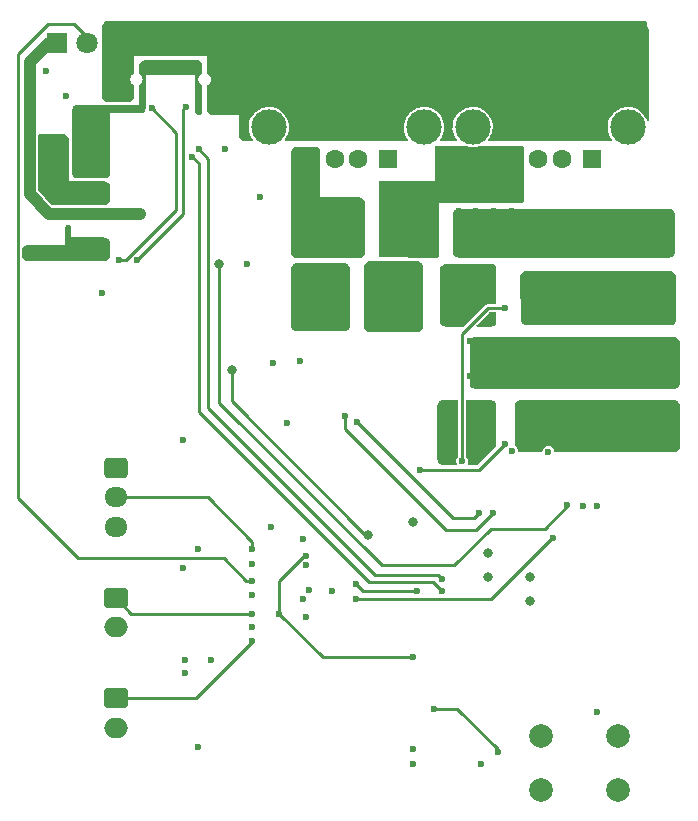
<source format=gbr>
G04 #@! TF.GenerationSoftware,KiCad,Pcbnew,(5.99.0-9218-g05b559c9dc)*
G04 #@! TF.CreationDate,2021-05-16T23:39:12+02:00*
G04 #@! TF.ProjectId,Self_Watering_Plant,53656c66-5f57-4617-9465-72696e675f50,rev?*
G04 #@! TF.SameCoordinates,Original*
G04 #@! TF.FileFunction,Copper,L4,Bot*
G04 #@! TF.FilePolarity,Positive*
%FSLAX46Y46*%
G04 Gerber Fmt 4.6, Leading zero omitted, Abs format (unit mm)*
G04 Created by KiCad (PCBNEW (5.99.0-9218-g05b559c9dc)) date 2021-05-16 23:39:12*
%MOMM*%
%LPD*%
G01*
G04 APERTURE LIST*
G04 Aperture macros list*
%AMRoundRect*
0 Rectangle with rounded corners*
0 $1 Rounding radius*
0 $2 $3 $4 $5 $6 $7 $8 $9 X,Y pos of 4 corners*
0 Add a 4 corners polygon primitive as box body*
4,1,4,$2,$3,$4,$5,$6,$7,$8,$9,$2,$3,0*
0 Add four circle primitives for the rounded corners*
1,1,$1+$1,$2,$3*
1,1,$1+$1,$4,$5*
1,1,$1+$1,$6,$7*
1,1,$1+$1,$8,$9*
0 Add four rect primitives between the rounded corners*
20,1,$1+$1,$2,$3,$4,$5,0*
20,1,$1+$1,$4,$5,$6,$7,0*
20,1,$1+$1,$6,$7,$8,$9,0*
20,1,$1+$1,$8,$9,$2,$3,0*%
G04 Aperture macros list end*
G04 #@! TA.AperFunction,ComponentPad*
%ADD10C,1.600000*%
G04 #@! TD*
G04 #@! TA.AperFunction,ComponentPad*
%ADD11R,1.600000X1.500000*%
G04 #@! TD*
G04 #@! TA.AperFunction,ComponentPad*
%ADD12C,3.000000*%
G04 #@! TD*
G04 #@! TA.AperFunction,ComponentPad*
%ADD13C,2.000000*%
G04 #@! TD*
G04 #@! TA.AperFunction,ComponentPad*
%ADD14O,2.000000X1.700000*%
G04 #@! TD*
G04 #@! TA.AperFunction,ComponentPad*
%ADD15RoundRect,0.250000X-0.750000X0.600000X-0.750000X-0.600000X0.750000X-0.600000X0.750000X0.600000X0*%
G04 #@! TD*
G04 #@! TA.AperFunction,ComponentPad*
%ADD16O,1.000000X1.600000*%
G04 #@! TD*
G04 #@! TA.AperFunction,ComponentPad*
%ADD17O,1.000000X2.100000*%
G04 #@! TD*
G04 #@! TA.AperFunction,ComponentPad*
%ADD18O,1.950000X1.700000*%
G04 #@! TD*
G04 #@! TA.AperFunction,ComponentPad*
%ADD19RoundRect,0.250000X-0.725000X0.600000X-0.725000X-0.600000X0.725000X-0.600000X0.725000X0.600000X0*%
G04 #@! TD*
G04 #@! TA.AperFunction,ComponentPad*
%ADD20C,1.800000*%
G04 #@! TD*
G04 #@! TA.AperFunction,ComponentPad*
%ADD21R,1.800000X1.800000*%
G04 #@! TD*
G04 #@! TA.AperFunction,ViaPad*
%ADD22C,0.600000*%
G04 #@! TD*
G04 #@! TA.AperFunction,ViaPad*
%ADD23C,0.800000*%
G04 #@! TD*
G04 #@! TA.AperFunction,Conductor*
%ADD24C,0.250000*%
G04 #@! TD*
G04 #@! TA.AperFunction,Conductor*
%ADD25C,1.000000*%
G04 #@! TD*
G04 APERTURE END LIST*
D10*
X139500000Y-82860000D03*
X142000000Y-82860000D03*
X144000000Y-82860000D03*
D11*
X146500000Y-82860000D03*
D12*
X136430000Y-80150000D03*
X149570000Y-80150000D03*
D13*
X167750000Y-90250000D03*
X167750000Y-95250000D03*
X167750000Y-100250000D03*
X167750000Y-105250000D03*
D10*
X156750000Y-82860000D03*
X159250000Y-82860000D03*
X161250000Y-82860000D03*
D11*
X163750000Y-82860000D03*
D12*
X153680000Y-80150000D03*
X166820000Y-80150000D03*
D14*
X123450000Y-122500000D03*
D15*
X123450000Y-120000000D03*
D14*
X123450000Y-131000000D03*
D15*
X123450000Y-128500000D03*
D16*
X123780000Y-72425000D03*
X132420000Y-72425000D03*
D17*
X123780000Y-76605000D03*
X132420000Y-76605000D03*
D18*
X123450000Y-114000000D03*
X123450000Y-111500000D03*
D19*
X123450000Y-109000000D03*
D13*
X159500000Y-136250000D03*
X159500000Y-131750000D03*
X166000000Y-136250000D03*
X166000000Y-131750000D03*
D20*
X121015000Y-73000000D03*
D21*
X118475000Y-73000000D03*
D22*
X161700000Y-112150000D03*
D23*
X132250000Y-91775000D03*
X144800000Y-114650000D03*
X133300000Y-100750000D03*
D22*
X121750000Y-87500000D03*
X129200000Y-117450000D03*
X129300000Y-126350000D03*
X139300000Y-120150000D03*
X148600000Y-134050000D03*
X123000000Y-87500000D03*
X138000000Y-105250000D03*
X129200000Y-106650000D03*
X125500000Y-87500000D03*
X163000000Y-112250000D03*
X124250000Y-87500000D03*
X141800000Y-119450000D03*
X139600000Y-121650000D03*
X139300000Y-115000000D03*
X141000000Y-92250000D03*
X164250000Y-112250000D03*
X142500000Y-96750000D03*
X135000000Y-119750000D03*
X139800000Y-119350000D03*
X154400000Y-134050000D03*
D23*
X155000000Y-116250000D03*
D22*
X141000000Y-96750000D03*
X129300000Y-125250000D03*
X120500000Y-91000000D03*
X145500000Y-92250000D03*
X134600000Y-91750000D03*
X119250000Y-77500000D03*
D23*
X148600000Y-113550000D03*
D22*
X155000000Y-96550000D03*
X152000000Y-106750000D03*
X152000000Y-96550000D03*
X155000000Y-106750000D03*
X135000000Y-117150000D03*
X153500000Y-92250000D03*
X147000000Y-96750000D03*
X135000000Y-122450000D03*
X130400000Y-132650000D03*
X139500000Y-96750000D03*
X142500000Y-92250000D03*
X139600000Y-117250000D03*
X132750000Y-82000000D03*
X164200000Y-129650000D03*
D23*
X158500000Y-120250000D03*
D22*
X160100000Y-107650000D03*
X148500000Y-96750000D03*
X155000000Y-92250000D03*
D23*
X155000000Y-118250000D03*
D22*
X157000000Y-107550000D03*
X148500000Y-92250000D03*
X136750000Y-100150000D03*
X147000000Y-92250000D03*
X122275000Y-94175000D03*
X119250000Y-91000000D03*
X136600000Y-114050000D03*
D23*
X158500000Y-118250000D03*
D22*
X153500000Y-106750000D03*
X139500000Y-92250000D03*
X145500000Y-96750000D03*
X118000000Y-91000000D03*
X139100000Y-99950000D03*
X131500000Y-125250000D03*
X148600000Y-132850000D03*
X130400000Y-115850000D03*
X152000000Y-92250000D03*
X135712500Y-86037500D03*
X129950000Y-82650000D03*
X151100000Y-119450000D03*
X151100000Y-118450000D03*
X130500000Y-82050000D03*
X155400000Y-112850000D03*
X142900000Y-104650000D03*
X135000000Y-123650000D03*
X170400000Y-87550000D03*
X155500000Y-87250000D03*
X164900000Y-90550000D03*
X168900000Y-87550000D03*
X152500000Y-87250000D03*
X154000000Y-87250000D03*
X155500000Y-90750000D03*
X157000000Y-87250000D03*
X154000000Y-90750000D03*
X170400000Y-90550000D03*
X152500000Y-90750000D03*
X163400000Y-89050000D03*
X163400000Y-90550000D03*
X157000000Y-90750000D03*
X163400000Y-87550000D03*
X166400000Y-87550000D03*
X164900000Y-89050000D03*
X164900000Y-87550000D03*
X170400000Y-89050000D03*
X155800000Y-133050000D03*
X150400000Y-129450000D03*
X163500000Y-106750000D03*
X166500000Y-106750000D03*
X164900000Y-93550000D03*
X117750000Y-82750000D03*
X169000000Y-103750000D03*
X166400000Y-93550000D03*
X164900000Y-95050000D03*
X165000000Y-103750000D03*
X163500000Y-103750000D03*
X170400000Y-96550000D03*
X163500000Y-105250000D03*
X163400000Y-95050000D03*
X119000000Y-81500000D03*
X170400000Y-93550000D03*
X168900000Y-93550000D03*
X117750000Y-84000000D03*
X166500000Y-103750000D03*
X117750000Y-85250000D03*
X164900000Y-96550000D03*
X170500000Y-106750000D03*
X163400000Y-96550000D03*
X165000000Y-106750000D03*
X165000000Y-105250000D03*
X170500000Y-105250000D03*
X169000000Y-106750000D03*
X119000000Y-82750000D03*
X119000000Y-84000000D03*
X163400000Y-93550000D03*
X117750000Y-81500000D03*
X170400000Y-95050000D03*
X170500000Y-103750000D03*
X129400000Y-78450000D03*
X125300000Y-91450000D03*
X156405000Y-95500000D03*
X152800000Y-108450000D03*
X149200000Y-109150000D03*
X156405000Y-106945000D03*
X117550000Y-75400000D03*
X125900000Y-75050000D03*
X130500000Y-78750000D03*
X130300000Y-75050000D03*
X122250000Y-78750000D03*
X120750000Y-78750000D03*
X148600000Y-125050000D03*
X139600000Y-116450000D03*
X137300000Y-121350000D03*
X154200000Y-112850000D03*
X143900000Y-105150000D03*
X160500000Y-114950000D03*
X143800000Y-120150000D03*
X149000000Y-119450000D03*
X143800000Y-118850000D03*
X135000000Y-121350000D03*
X135000000Y-115850000D03*
X135000000Y-118550000D03*
X155000000Y-101250000D03*
X166400000Y-98550000D03*
X164900000Y-100050000D03*
X164900000Y-101550000D03*
X156500000Y-98250000D03*
X153500000Y-98250000D03*
X155000000Y-98250000D03*
X170400000Y-100050000D03*
X156500000Y-101250000D03*
X163400000Y-101550000D03*
X168900000Y-98550000D03*
X163400000Y-100050000D03*
X170400000Y-101550000D03*
X170400000Y-98550000D03*
X153500000Y-101250000D03*
X163400000Y-98550000D03*
X164900000Y-98550000D03*
X150000000Y-86250000D03*
X153000000Y-83750000D03*
X148500000Y-90750000D03*
X147000000Y-86250000D03*
X154500000Y-83750000D03*
X148500000Y-86250000D03*
X147000000Y-90750000D03*
X150000000Y-90750000D03*
X151500000Y-83750000D03*
X142500000Y-86750000D03*
X139500000Y-90750000D03*
X141000000Y-86750000D03*
X141000000Y-90750000D03*
X142500000Y-90750000D03*
X139500000Y-86750000D03*
X123700000Y-91450000D03*
X126500000Y-78550000D03*
D24*
X132250000Y-91775000D02*
X132250000Y-97900000D01*
X161700000Y-112250000D02*
X161700000Y-112150000D01*
X159800000Y-114150000D02*
X161700000Y-112250000D01*
X146000000Y-117250000D02*
X152100000Y-117250000D01*
X155200000Y-114150000D02*
X159800000Y-114150000D01*
X152100000Y-117250000D02*
X155200000Y-114150000D01*
X132250000Y-97900000D02*
X132250000Y-98100000D01*
X132250000Y-97900000D02*
X132250000Y-103500000D01*
X132250000Y-103500000D02*
X146000000Y-117250000D01*
X133300000Y-103350000D02*
X133300000Y-100750000D01*
X144800000Y-114650000D02*
X144600000Y-114650000D01*
X144600000Y-114650000D02*
X133300000Y-103350000D01*
D25*
X117850000Y-73000000D02*
X116200000Y-74650000D01*
X118475000Y-73000000D02*
X117850000Y-73000000D01*
X116200000Y-85850000D02*
X117850000Y-87500000D01*
X117850000Y-87500000D02*
X125500000Y-87500000D01*
X116200000Y-74650000D02*
X116200000Y-85850000D01*
D24*
X130500000Y-104250000D02*
X130500000Y-98550000D01*
X130500000Y-98750000D02*
X130500000Y-98550000D01*
X130500000Y-98550000D02*
X130500000Y-83200000D01*
X130500000Y-83200000D02*
X129950000Y-82650000D01*
X150300000Y-118650000D02*
X144900000Y-118650000D01*
X151100000Y-119450000D02*
X150300000Y-118650000D01*
X144900000Y-118650000D02*
X130500000Y-104250000D01*
X131300000Y-98450000D02*
X131300000Y-98650000D01*
X131300000Y-103950000D02*
X145450000Y-118100000D01*
X131300000Y-82850000D02*
X131300000Y-98450000D01*
X130500000Y-82050000D02*
X131300000Y-82850000D01*
X131300000Y-98450000D02*
X131300000Y-103950000D01*
X150750000Y-118100000D02*
X151100000Y-118450000D01*
X145450000Y-118100000D02*
X150750000Y-118100000D01*
X142900000Y-105750000D02*
X151400000Y-114250000D01*
X154000000Y-114250000D02*
X155400000Y-112850000D01*
X142900000Y-104650000D02*
X142900000Y-105750000D01*
X151400000Y-114250000D02*
X154000000Y-114250000D01*
X130250000Y-128500000D02*
X123450000Y-128500000D01*
X135000000Y-123650000D02*
X135000000Y-123750000D01*
X135000000Y-123750000D02*
X130250000Y-128500000D01*
X155800000Y-132850000D02*
X152400000Y-129450000D01*
X155800000Y-133050000D02*
X155800000Y-132850000D01*
X152400000Y-129450000D02*
X150400000Y-129450000D01*
X129200000Y-78650000D02*
X129200000Y-87550000D01*
X129200000Y-87550000D02*
X125300000Y-91450000D01*
X129400000Y-78450000D02*
X129200000Y-78650000D01*
X154950000Y-95500000D02*
X156405000Y-95500000D01*
X152800000Y-108450000D02*
X152800000Y-97650000D01*
X152800000Y-97650000D02*
X154950000Y-95500000D01*
X149200000Y-109150000D02*
X154200000Y-109150000D01*
X154200000Y-109150000D02*
X156405000Y-106945000D01*
X137300000Y-118550000D02*
X137300000Y-121350000D01*
X141000000Y-125050000D02*
X148600000Y-125050000D01*
X139400000Y-116450000D02*
X137300000Y-118550000D01*
X137300000Y-121350000D02*
X141000000Y-125050000D01*
X139600000Y-116450000D02*
X139400000Y-116450000D01*
X153800000Y-113250000D02*
X152000000Y-113250000D01*
X152000000Y-113250000D02*
X143900000Y-105150000D01*
X154200000Y-112850000D02*
X153800000Y-113250000D01*
X155200000Y-120150000D02*
X143800000Y-120150000D01*
X160400000Y-114950000D02*
X155200000Y-120150000D01*
X160500000Y-114950000D02*
X160400000Y-114950000D01*
X144400000Y-119450000D02*
X149000000Y-119450000D01*
X143800000Y-118850000D02*
X144400000Y-119450000D01*
X135000000Y-121350000D02*
X124800000Y-121350000D01*
X124800000Y-121350000D02*
X123450000Y-120000000D01*
X135000000Y-115250000D02*
X131250000Y-111500000D01*
X131250000Y-111500000D02*
X123450000Y-111500000D01*
X135000000Y-115850000D02*
X135000000Y-115250000D01*
X115200000Y-111550000D02*
X115200000Y-73950000D01*
X121015000Y-72565000D02*
X121015000Y-73000000D01*
X132600000Y-116650000D02*
X120300000Y-116650000D01*
X119900000Y-71450000D02*
X121015000Y-72565000D01*
X117700000Y-71450000D02*
X119900000Y-71450000D01*
X135000000Y-118550000D02*
X134500000Y-118550000D01*
X120300000Y-116650000D02*
X115200000Y-111550000D01*
X115200000Y-73950000D02*
X117700000Y-71450000D01*
X134500000Y-118550000D02*
X132600000Y-116650000D01*
X126500000Y-78550000D02*
X128600000Y-80650000D01*
X128600000Y-80650000D02*
X128600000Y-87150000D01*
X124300000Y-91450000D02*
X123700000Y-91450000D01*
X128600000Y-87150000D02*
X124300000Y-91450000D01*
G04 #@! TA.AperFunction,Conductor*
G36*
X170406434Y-92350847D02*
G01*
X170516487Y-92365336D01*
X170541451Y-92372025D01*
X170637957Y-92411999D01*
X170660339Y-92424921D01*
X170743213Y-92488513D01*
X170761487Y-92506787D01*
X170825079Y-92589661D01*
X170838001Y-92612043D01*
X170877975Y-92708549D01*
X170884664Y-92733513D01*
X170899153Y-92843566D01*
X170900000Y-92856488D01*
X170900000Y-96443512D01*
X170899153Y-96456434D01*
X170884664Y-96566487D01*
X170877975Y-96591451D01*
X170838001Y-96687957D01*
X170825079Y-96710339D01*
X170761487Y-96793213D01*
X170743213Y-96811487D01*
X170660339Y-96875079D01*
X170637957Y-96888001D01*
X170541451Y-96927975D01*
X170516487Y-96934664D01*
X170406434Y-96949153D01*
X170393512Y-96950000D01*
X158296936Y-96950000D01*
X158281661Y-96948815D01*
X158152082Y-96928580D01*
X158122988Y-96919266D01*
X158012702Y-96863975D01*
X157987833Y-96846235D01*
X157952321Y-96811487D01*
X157899654Y-96759953D01*
X157881381Y-96735479D01*
X157823705Y-96626416D01*
X157813762Y-96597532D01*
X157790718Y-96468436D01*
X157789200Y-96453191D01*
X157711249Y-92867441D01*
X157711835Y-92854325D01*
X157724297Y-92742493D01*
X157730618Y-92717068D01*
X157733985Y-92708549D01*
X157769541Y-92618590D01*
X157782308Y-92595717D01*
X157845702Y-92510895D01*
X157864022Y-92492172D01*
X157947450Y-92426947D01*
X157970037Y-92413687D01*
X158067648Y-92372632D01*
X158092931Y-92365760D01*
X158204463Y-92350871D01*
X158217563Y-92350000D01*
X170393512Y-92350000D01*
X170406434Y-92350847D01*
G37*
G04 #@! TD.AperFunction*
G04 #@! TA.AperFunction,Conductor*
G36*
X155202221Y-91706044D02*
G01*
X155313148Y-91719573D01*
X155338332Y-91726088D01*
X155435798Y-91765576D01*
X155458418Y-91778430D01*
X155542226Y-91841945D01*
X155560717Y-91860247D01*
X155625085Y-91943403D01*
X155638169Y-91965891D01*
X155678651Y-92062947D01*
X155685424Y-92088067D01*
X155700087Y-92198845D01*
X155700943Y-92211851D01*
X155700935Y-92251156D01*
X155700384Y-95075519D01*
X155681465Y-95133706D01*
X155631958Y-95169661D01*
X155601384Y-95174500D01*
X154968284Y-95174500D01*
X154959656Y-95174123D01*
X154958525Y-95174024D01*
X154921194Y-95170758D01*
X154883654Y-95180817D01*
X154875225Y-95182685D01*
X154836962Y-95189432D01*
X154829463Y-95193761D01*
X154823974Y-95195759D01*
X154818689Y-95198224D01*
X154810325Y-95200465D01*
X154790790Y-95214144D01*
X154778486Y-95222758D01*
X154771205Y-95227396D01*
X154737559Y-95246822D01*
X154712742Y-95276398D01*
X154706907Y-95282766D01*
X152968669Y-97021004D01*
X152914152Y-97048781D01*
X152898665Y-97050000D01*
X151406588Y-97050000D01*
X151393665Y-97049153D01*
X151390840Y-97048781D01*
X151283597Y-97034661D01*
X151258630Y-97027970D01*
X151162188Y-96988016D01*
X151162109Y-96987984D01*
X151139731Y-96975061D01*
X151056852Y-96911456D01*
X151038577Y-96893178D01*
X151029232Y-96880996D01*
X150974985Y-96810283D01*
X150962067Y-96787901D01*
X150922100Y-96691371D01*
X150915415Y-96666404D01*
X150900944Y-96556339D01*
X150900099Y-96543415D01*
X150900241Y-95825500D01*
X150900944Y-92251156D01*
X150901782Y-92238321D01*
X150916098Y-92128995D01*
X150922703Y-92104188D01*
X150962175Y-92008228D01*
X150974936Y-91985954D01*
X151037753Y-91903369D01*
X151055809Y-91885127D01*
X151137755Y-91821463D01*
X151159891Y-91808480D01*
X151255445Y-91768029D01*
X151280180Y-91761171D01*
X151343230Y-91752259D01*
X151389350Y-91745739D01*
X151402176Y-91744769D01*
X154061340Y-91717070D01*
X155189205Y-91705321D01*
X155202221Y-91706044D01*
G37*
G04 #@! TD.AperFunction*
G04 #@! TA.AperFunction,Conductor*
G36*
X155659410Y-95844407D02*
G01*
X155695374Y-95893907D01*
X155700219Y-95924519D01*
X155700098Y-96543606D01*
X155699249Y-96556526D01*
X155684742Y-96666567D01*
X155678050Y-96691526D01*
X155638067Y-96788016D01*
X155625143Y-96810395D01*
X155561550Y-96893251D01*
X155543277Y-96911520D01*
X155460408Y-96975097D01*
X155438028Y-96988016D01*
X155341530Y-97027981D01*
X155316569Y-97034668D01*
X155206530Y-97049153D01*
X155193610Y-97050000D01*
X154099335Y-97050000D01*
X154041144Y-97031093D01*
X154005180Y-96981593D01*
X154005180Y-96920407D01*
X154029331Y-96880996D01*
X155055831Y-95854496D01*
X155110348Y-95826719D01*
X155125835Y-95825500D01*
X155601219Y-95825500D01*
X155659410Y-95844407D01*
G37*
G04 #@! TD.AperFunction*
G04 #@! TA.AperFunction,Conductor*
G36*
X170756434Y-103250847D02*
G01*
X170866487Y-103265336D01*
X170891451Y-103272025D01*
X170987957Y-103311999D01*
X171010339Y-103324921D01*
X171093213Y-103388513D01*
X171111487Y-103406787D01*
X171175079Y-103489661D01*
X171188001Y-103512043D01*
X171227975Y-103608549D01*
X171234664Y-103633513D01*
X171249153Y-103743566D01*
X171250000Y-103756488D01*
X171250000Y-107143512D01*
X171249153Y-107156434D01*
X171234664Y-107266487D01*
X171227975Y-107291451D01*
X171188001Y-107387957D01*
X171175079Y-107410339D01*
X171111487Y-107493213D01*
X171093213Y-107511487D01*
X171010339Y-107575079D01*
X170987957Y-107588001D01*
X170891451Y-107627975D01*
X170866487Y-107634664D01*
X170756434Y-107649153D01*
X170743512Y-107650000D01*
X160691332Y-107650000D01*
X160633141Y-107631093D01*
X160597177Y-107581593D01*
X160593332Y-107565034D01*
X160586182Y-107515106D01*
X160585182Y-107508123D01*
X160540723Y-107410339D01*
X160528780Y-107384073D01*
X160528780Y-107384072D01*
X160525860Y-107377651D01*
X160432303Y-107269074D01*
X160312033Y-107191118D01*
X160305275Y-107189097D01*
X160305273Y-107189096D01*
X160181479Y-107152074D01*
X160174718Y-107150052D01*
X160088694Y-107149527D01*
X160038448Y-107149220D01*
X160031396Y-107149177D01*
X160024620Y-107151114D01*
X160024617Y-107151114D01*
X159900369Y-107186624D01*
X159900367Y-107186625D01*
X159893589Y-107188562D01*
X159772375Y-107265042D01*
X159677499Y-107372469D01*
X159616588Y-107502206D01*
X159612000Y-107531675D01*
X159606619Y-107566231D01*
X159578984Y-107620820D01*
X159524541Y-107648740D01*
X159508798Y-107650000D01*
X157756488Y-107650000D01*
X157743566Y-107649153D01*
X157633513Y-107634664D01*
X157608550Y-107627975D01*
X157562991Y-107609104D01*
X157516465Y-107569368D01*
X157502876Y-107531675D01*
X157486182Y-107415105D01*
X157486182Y-107415104D01*
X157485182Y-107408123D01*
X157474248Y-107384073D01*
X157428780Y-107284073D01*
X157428780Y-107284072D01*
X157425860Y-107277651D01*
X157332303Y-107169074D01*
X157295151Y-107144993D01*
X157256606Y-107097477D01*
X157250000Y-107061919D01*
X157250000Y-103756488D01*
X157250847Y-103743566D01*
X157265336Y-103633513D01*
X157272025Y-103608549D01*
X157311999Y-103512043D01*
X157324921Y-103489661D01*
X157388513Y-103406787D01*
X157406787Y-103388513D01*
X157489661Y-103324921D01*
X157512043Y-103311999D01*
X157608549Y-103272025D01*
X157633513Y-103265336D01*
X157743566Y-103250847D01*
X157756488Y-103250000D01*
X170743512Y-103250000D01*
X170756434Y-103250847D01*
G37*
G04 #@! TD.AperFunction*
G04 #@! TA.AperFunction,Conductor*
G36*
X142806434Y-91650847D02*
G01*
X142916487Y-91665336D01*
X142941451Y-91672025D01*
X143037957Y-91711999D01*
X143060339Y-91724921D01*
X143143213Y-91788513D01*
X143161487Y-91806787D01*
X143225079Y-91889661D01*
X143238001Y-91912043D01*
X143277975Y-92008549D01*
X143284664Y-92033513D01*
X143299153Y-92143566D01*
X143300000Y-92156488D01*
X143300000Y-96943512D01*
X143299153Y-96956434D01*
X143284664Y-97066487D01*
X143277975Y-97091451D01*
X143238001Y-97187957D01*
X143225079Y-97210339D01*
X143161487Y-97293213D01*
X143143213Y-97311487D01*
X143060339Y-97375079D01*
X143037957Y-97388001D01*
X142941451Y-97427975D01*
X142916487Y-97434664D01*
X142806434Y-97449153D01*
X142793512Y-97450000D01*
X138806488Y-97450000D01*
X138793566Y-97449153D01*
X138683513Y-97434664D01*
X138658549Y-97427975D01*
X138562043Y-97388001D01*
X138539661Y-97375079D01*
X138456787Y-97311487D01*
X138438513Y-97293213D01*
X138374921Y-97210339D01*
X138361999Y-97187957D01*
X138322025Y-97091451D01*
X138315336Y-97066487D01*
X138300847Y-96956434D01*
X138300000Y-96943512D01*
X138300000Y-92156488D01*
X138300847Y-92143566D01*
X138315336Y-92033513D01*
X138322025Y-92008549D01*
X138361999Y-91912043D01*
X138374921Y-91889661D01*
X138438513Y-91806787D01*
X138456787Y-91788513D01*
X138539661Y-91724921D01*
X138562043Y-91711999D01*
X138658549Y-91672025D01*
X138683513Y-91665336D01*
X138793566Y-91650847D01*
X138806488Y-91650000D01*
X142793512Y-91650000D01*
X142806434Y-91650847D01*
G37*
G04 #@! TD.AperFunction*
G04 #@! TA.AperFunction,Conductor*
G36*
X153118210Y-81757241D02*
G01*
X153161472Y-81774764D01*
X153165124Y-81775631D01*
X153165125Y-81775631D01*
X153409550Y-81833636D01*
X153409555Y-81833637D01*
X153413201Y-81834502D01*
X153562674Y-81846660D01*
X153667317Y-81855172D01*
X153667321Y-81855172D01*
X153671070Y-81855477D01*
X153762547Y-81849000D01*
X153925395Y-81837470D01*
X153925401Y-81837469D01*
X153929145Y-81837204D01*
X154181486Y-81780105D01*
X154240656Y-81756857D01*
X154276859Y-81750000D01*
X157901000Y-81750000D01*
X157959191Y-81768907D01*
X157995155Y-81818407D01*
X158000000Y-81849000D01*
X158000000Y-86451685D01*
X157981093Y-86509876D01*
X157931593Y-86545840D01*
X157901689Y-86550683D01*
X153053365Y-86584352D01*
X150815678Y-86599891D01*
X150800000Y-86600000D01*
X150800000Y-91100015D01*
X150781093Y-91158206D01*
X150731593Y-91194170D01*
X150700020Y-91199010D01*
X145848020Y-91150970D01*
X145790019Y-91131488D01*
X145754547Y-91081634D01*
X145750000Y-91051975D01*
X145750000Y-84799000D01*
X145768907Y-84740809D01*
X145818407Y-84704845D01*
X145849000Y-84700000D01*
X150500000Y-84700000D01*
X150500000Y-81849000D01*
X150518907Y-81790809D01*
X150568407Y-81754845D01*
X150599000Y-81750000D01*
X153081044Y-81750000D01*
X153118210Y-81757241D01*
G37*
G04 #@! TD.AperFunction*
G04 #@! TA.AperFunction,Conductor*
G36*
X149006434Y-91500847D02*
G01*
X149116487Y-91515336D01*
X149141451Y-91522025D01*
X149237957Y-91561999D01*
X149260339Y-91574921D01*
X149343213Y-91638513D01*
X149361487Y-91656787D01*
X149425079Y-91739661D01*
X149438001Y-91762043D01*
X149477975Y-91858549D01*
X149484664Y-91883513D01*
X149499153Y-91993566D01*
X149500000Y-92006488D01*
X149500000Y-96993512D01*
X149499153Y-97006434D01*
X149484664Y-97116487D01*
X149477975Y-97141451D01*
X149438001Y-97237957D01*
X149425079Y-97260339D01*
X149361487Y-97343213D01*
X149343213Y-97361487D01*
X149260339Y-97425079D01*
X149237957Y-97438001D01*
X149141451Y-97477975D01*
X149116487Y-97484664D01*
X149006434Y-97499153D01*
X148993512Y-97500000D01*
X145006488Y-97500000D01*
X144993566Y-97499153D01*
X144883513Y-97484664D01*
X144858549Y-97477975D01*
X144762043Y-97438001D01*
X144739661Y-97425079D01*
X144656787Y-97361487D01*
X144638513Y-97343213D01*
X144574921Y-97260339D01*
X144561999Y-97237957D01*
X144522025Y-97141451D01*
X144515336Y-97116487D01*
X144500847Y-97006434D01*
X144500000Y-96993512D01*
X144500000Y-92006488D01*
X144500847Y-91993566D01*
X144515336Y-91883513D01*
X144522025Y-91858549D01*
X144561999Y-91762043D01*
X144574921Y-91739661D01*
X144638513Y-91656787D01*
X144656787Y-91638513D01*
X144739661Y-91574921D01*
X144762043Y-91561999D01*
X144858549Y-91522025D01*
X144883513Y-91515336D01*
X144993566Y-91500847D01*
X145006488Y-91500000D01*
X148993512Y-91500000D01*
X149006434Y-91500847D01*
G37*
G04 #@! TD.AperFunction*
G04 #@! TA.AperFunction,Conductor*
G36*
X170306434Y-87050847D02*
G01*
X170416487Y-87065336D01*
X170441451Y-87072025D01*
X170537957Y-87111999D01*
X170560339Y-87124921D01*
X170643213Y-87188513D01*
X170661487Y-87206787D01*
X170725079Y-87289661D01*
X170738001Y-87312043D01*
X170777975Y-87408549D01*
X170784664Y-87433513D01*
X170799153Y-87543566D01*
X170800000Y-87556488D01*
X170800000Y-90693512D01*
X170799153Y-90706434D01*
X170784664Y-90816487D01*
X170777975Y-90841451D01*
X170738001Y-90937957D01*
X170725079Y-90960339D01*
X170661487Y-91043213D01*
X170643213Y-91061487D01*
X170560339Y-91125079D01*
X170537957Y-91138001D01*
X170441451Y-91177975D01*
X170416487Y-91184664D01*
X170306434Y-91199153D01*
X170293512Y-91200000D01*
X152506488Y-91200000D01*
X152493566Y-91199153D01*
X152383513Y-91184664D01*
X152358549Y-91177975D01*
X152262043Y-91138001D01*
X152239661Y-91125079D01*
X152156787Y-91061487D01*
X152138513Y-91043213D01*
X152074921Y-90960339D01*
X152061999Y-90937957D01*
X152022025Y-90841451D01*
X152015336Y-90816487D01*
X152000847Y-90706434D01*
X152000000Y-90693512D01*
X152000000Y-87556488D01*
X152000847Y-87543566D01*
X152015336Y-87433513D01*
X152022025Y-87408549D01*
X152061999Y-87312043D01*
X152074921Y-87289661D01*
X152138513Y-87206787D01*
X152156787Y-87188513D01*
X152239661Y-87124921D01*
X152262043Y-87111999D01*
X152358549Y-87072025D01*
X152383513Y-87065336D01*
X152493566Y-87050847D01*
X152506488Y-87050000D01*
X170293512Y-87050000D01*
X170306434Y-87050847D01*
G37*
G04 #@! TD.AperFunction*
G04 #@! TA.AperFunction,Conductor*
G36*
X168106434Y-71150847D02*
G01*
X168216487Y-71165336D01*
X168241450Y-71172025D01*
X168337959Y-71212000D01*
X168360340Y-71224921D01*
X168371970Y-71233845D01*
X168406625Y-71284270D01*
X168410077Y-71301294D01*
X168410660Y-71306466D01*
X168413777Y-71316244D01*
X168415963Y-71324255D01*
X168484232Y-71623364D01*
X168485742Y-71631553D01*
X168487174Y-71641694D01*
X168488780Y-71646284D01*
X168488781Y-71646288D01*
X168488911Y-71646659D01*
X168491981Y-71657316D01*
X168493153Y-71662449D01*
X168495138Y-71666886D01*
X168495139Y-71666888D01*
X168497343Y-71671815D01*
X168500419Y-71679548D01*
X168594444Y-71948256D01*
X168600000Y-71980954D01*
X168600000Y-79507028D01*
X168581093Y-79565219D01*
X168531593Y-79601183D01*
X168470407Y-79601183D01*
X168420907Y-79565219D01*
X168409048Y-79543713D01*
X168352979Y-79403176D01*
X168351586Y-79399684D01*
X168220470Y-79176648D01*
X168057126Y-78976011D01*
X168054340Y-78973489D01*
X167868101Y-78804914D01*
X167868097Y-78804911D01*
X167865313Y-78802391D01*
X167711093Y-78700508D01*
X167652583Y-78661854D01*
X167652582Y-78661854D01*
X167649445Y-78659781D01*
X167414490Y-78551466D01*
X167165854Y-78479935D01*
X167162136Y-78479455D01*
X167162134Y-78479455D01*
X167073355Y-78468004D01*
X166909259Y-78446837D01*
X166905515Y-78446925D01*
X166905511Y-78446925D01*
X166791917Y-78449603D01*
X166650610Y-78452933D01*
X166646917Y-78453588D01*
X166646912Y-78453588D01*
X166540377Y-78472469D01*
X166395859Y-78498081D01*
X166150869Y-78581244D01*
X166147538Y-78582974D01*
X166147534Y-78582976D01*
X165924618Y-78698772D01*
X165924613Y-78698775D01*
X165921277Y-78700508D01*
X165712366Y-78853128D01*
X165709704Y-78855776D01*
X165709703Y-78855777D01*
X165654855Y-78910339D01*
X165528945Y-79035591D01*
X165526715Y-79038610D01*
X165526710Y-79038616D01*
X165402890Y-79206257D01*
X165375234Y-79243700D01*
X165254769Y-79472664D01*
X165170325Y-79717216D01*
X165169650Y-79720913D01*
X165169648Y-79720920D01*
X165142651Y-79868746D01*
X165123843Y-79971727D01*
X165123735Y-79975479D01*
X165118633Y-80152598D01*
X165116393Y-80230340D01*
X165148148Y-80487105D01*
X165218375Y-80736112D01*
X165325459Y-80971631D01*
X165327516Y-80974781D01*
X165327518Y-80974784D01*
X165464874Y-81185087D01*
X165464879Y-81185093D01*
X165466936Y-81188243D01*
X165469234Y-81190808D01*
X165489630Y-81248409D01*
X165472252Y-81307075D01*
X165423710Y-81344322D01*
X165390664Y-81350000D01*
X155108681Y-81350000D01*
X155050490Y-81331093D01*
X155014526Y-81281593D01*
X155014526Y-81220407D01*
X155026365Y-81195999D01*
X155163767Y-80990361D01*
X155165855Y-80987236D01*
X155275400Y-80752851D01*
X155281761Y-80731171D01*
X155347171Y-80508207D01*
X155347172Y-80508204D01*
X155348231Y-80504593D01*
X155348732Y-80500864D01*
X155382328Y-80250738D01*
X155382328Y-80250733D01*
X155382672Y-80248175D01*
X155385500Y-80150000D01*
X155385303Y-80147409D01*
X155366162Y-79895779D01*
X155366161Y-79895773D01*
X155365876Y-79892025D01*
X155307457Y-79639986D01*
X155211586Y-79399684D01*
X155080470Y-79176648D01*
X154917126Y-78976011D01*
X154914340Y-78973489D01*
X154728101Y-78804914D01*
X154728097Y-78804911D01*
X154725313Y-78802391D01*
X154571093Y-78700508D01*
X154512583Y-78661854D01*
X154512582Y-78661854D01*
X154509445Y-78659781D01*
X154274490Y-78551466D01*
X154025854Y-78479935D01*
X154022136Y-78479455D01*
X154022134Y-78479455D01*
X153933355Y-78468004D01*
X153769259Y-78446837D01*
X153765515Y-78446925D01*
X153765511Y-78446925D01*
X153651917Y-78449603D01*
X153510610Y-78452933D01*
X153506917Y-78453588D01*
X153506912Y-78453588D01*
X153400377Y-78472469D01*
X153255859Y-78498081D01*
X153010869Y-78581244D01*
X153007538Y-78582974D01*
X153007534Y-78582976D01*
X152784618Y-78698772D01*
X152784613Y-78698775D01*
X152781277Y-78700508D01*
X152572366Y-78853128D01*
X152569704Y-78855776D01*
X152569703Y-78855777D01*
X152514855Y-78910339D01*
X152388945Y-79035591D01*
X152386715Y-79038610D01*
X152386710Y-79038616D01*
X152262890Y-79206257D01*
X152235234Y-79243700D01*
X152114769Y-79472664D01*
X152030325Y-79717216D01*
X152029650Y-79720913D01*
X152029648Y-79720920D01*
X152002651Y-79868746D01*
X151983843Y-79971727D01*
X151983735Y-79975479D01*
X151978633Y-80152598D01*
X151976393Y-80230340D01*
X152008148Y-80487105D01*
X152078375Y-80736112D01*
X152185459Y-80971631D01*
X152187516Y-80974781D01*
X152187518Y-80974784D01*
X152324874Y-81185087D01*
X152324879Y-81185093D01*
X152326936Y-81188243D01*
X152329234Y-81190808D01*
X152349630Y-81248409D01*
X152332252Y-81307075D01*
X152283710Y-81344322D01*
X152250664Y-81350000D01*
X150998681Y-81350000D01*
X150940490Y-81331093D01*
X150904526Y-81281593D01*
X150904526Y-81220407D01*
X150916365Y-81195999D01*
X151053767Y-80990361D01*
X151055855Y-80987236D01*
X151165400Y-80752851D01*
X151171761Y-80731171D01*
X151237171Y-80508207D01*
X151237172Y-80508204D01*
X151238231Y-80504593D01*
X151238732Y-80500864D01*
X151272328Y-80250738D01*
X151272328Y-80250733D01*
X151272672Y-80248175D01*
X151275500Y-80150000D01*
X151275303Y-80147409D01*
X151256162Y-79895779D01*
X151256161Y-79895773D01*
X151255876Y-79892025D01*
X151197457Y-79639986D01*
X151101586Y-79399684D01*
X150970470Y-79176648D01*
X150807126Y-78976011D01*
X150804340Y-78973489D01*
X150618101Y-78804914D01*
X150618097Y-78804911D01*
X150615313Y-78802391D01*
X150461093Y-78700508D01*
X150402583Y-78661854D01*
X150402582Y-78661854D01*
X150399445Y-78659781D01*
X150164490Y-78551466D01*
X149915854Y-78479935D01*
X149912136Y-78479455D01*
X149912134Y-78479455D01*
X149823355Y-78468004D01*
X149659259Y-78446837D01*
X149655515Y-78446925D01*
X149655511Y-78446925D01*
X149541917Y-78449603D01*
X149400610Y-78452933D01*
X149396917Y-78453588D01*
X149396912Y-78453588D01*
X149290377Y-78472469D01*
X149145859Y-78498081D01*
X148900869Y-78581244D01*
X148897538Y-78582974D01*
X148897534Y-78582976D01*
X148674618Y-78698772D01*
X148674613Y-78698775D01*
X148671277Y-78700508D01*
X148462366Y-78853128D01*
X148459704Y-78855776D01*
X148459703Y-78855777D01*
X148404855Y-78910339D01*
X148278945Y-79035591D01*
X148276715Y-79038610D01*
X148276710Y-79038616D01*
X148152890Y-79206257D01*
X148125234Y-79243700D01*
X148004769Y-79472664D01*
X147920325Y-79717216D01*
X147919650Y-79720913D01*
X147919648Y-79720920D01*
X147892651Y-79868746D01*
X147873843Y-79971727D01*
X147873735Y-79975479D01*
X147868633Y-80152598D01*
X147866393Y-80230340D01*
X147898148Y-80487105D01*
X147968375Y-80736112D01*
X148075459Y-80971631D01*
X148077516Y-80974781D01*
X148077518Y-80974784D01*
X148214874Y-81185087D01*
X148214879Y-81185093D01*
X148216936Y-81188243D01*
X148219234Y-81190808D01*
X148239630Y-81248409D01*
X148222252Y-81307075D01*
X148173710Y-81344322D01*
X148140664Y-81350000D01*
X137858681Y-81350000D01*
X137800490Y-81331093D01*
X137764526Y-81281593D01*
X137764526Y-81220407D01*
X137776365Y-81195999D01*
X137913767Y-80990361D01*
X137915855Y-80987236D01*
X138025400Y-80752851D01*
X138031761Y-80731171D01*
X138097171Y-80508207D01*
X138097172Y-80508204D01*
X138098231Y-80504593D01*
X138098732Y-80500864D01*
X138132328Y-80250738D01*
X138132328Y-80250733D01*
X138132672Y-80248175D01*
X138135500Y-80150000D01*
X138135303Y-80147409D01*
X138116162Y-79895779D01*
X138116161Y-79895773D01*
X138115876Y-79892025D01*
X138057457Y-79639986D01*
X137961586Y-79399684D01*
X137830470Y-79176648D01*
X137667126Y-78976011D01*
X137664340Y-78973489D01*
X137478101Y-78804914D01*
X137478097Y-78804911D01*
X137475313Y-78802391D01*
X137321093Y-78700508D01*
X137262583Y-78661854D01*
X137262582Y-78661854D01*
X137259445Y-78659781D01*
X137024490Y-78551466D01*
X136775854Y-78479935D01*
X136772136Y-78479455D01*
X136772134Y-78479455D01*
X136683355Y-78468004D01*
X136519259Y-78446837D01*
X136515515Y-78446925D01*
X136515511Y-78446925D01*
X136401917Y-78449603D01*
X136260610Y-78452933D01*
X136256917Y-78453588D01*
X136256912Y-78453588D01*
X136150377Y-78472469D01*
X136005859Y-78498081D01*
X135760869Y-78581244D01*
X135757538Y-78582974D01*
X135757534Y-78582976D01*
X135534618Y-78698772D01*
X135534613Y-78698775D01*
X135531277Y-78700508D01*
X135322366Y-78853128D01*
X135319704Y-78855776D01*
X135319703Y-78855777D01*
X135264855Y-78910339D01*
X135138945Y-79035591D01*
X135136715Y-79038610D01*
X135136710Y-79038616D01*
X135012890Y-79206257D01*
X134985234Y-79243700D01*
X134864769Y-79472664D01*
X134780325Y-79717216D01*
X134779650Y-79720913D01*
X134779648Y-79720920D01*
X134752651Y-79868746D01*
X134733843Y-79971727D01*
X134733735Y-79975479D01*
X134728633Y-80152598D01*
X134726393Y-80230340D01*
X134758148Y-80487105D01*
X134828375Y-80736112D01*
X134935459Y-80971631D01*
X134937516Y-80974781D01*
X134937518Y-80974784D01*
X135074874Y-81185087D01*
X135074879Y-81185093D01*
X135076936Y-81188243D01*
X135079234Y-81190808D01*
X135099630Y-81248409D01*
X135082252Y-81307075D01*
X135033710Y-81344322D01*
X135000664Y-81350000D01*
X134406488Y-81350000D01*
X134393566Y-81349153D01*
X134283513Y-81334664D01*
X134258549Y-81327975D01*
X134162043Y-81288001D01*
X134139661Y-81275079D01*
X134056787Y-81211487D01*
X134038513Y-81193213D01*
X133974921Y-81110339D01*
X133961999Y-81087957D01*
X133922025Y-80991451D01*
X133915336Y-80966487D01*
X133900847Y-80856434D01*
X133900000Y-80843512D01*
X133900000Y-79150000D01*
X131706488Y-79150000D01*
X131693566Y-79149153D01*
X131583513Y-79134664D01*
X131558549Y-79127975D01*
X131462043Y-79088001D01*
X131439661Y-79075079D01*
X131356787Y-79011487D01*
X131338513Y-78993213D01*
X131274921Y-78910339D01*
X131261999Y-78887957D01*
X131222025Y-78791451D01*
X131215336Y-78766487D01*
X131200847Y-78656434D01*
X131200000Y-78643512D01*
X131200000Y-76650180D01*
X131218907Y-76591989D01*
X131243354Y-76568299D01*
X131254418Y-76560780D01*
X131344974Y-76499238D01*
X131349328Y-76494086D01*
X131349330Y-76494084D01*
X131404576Y-76428708D01*
X131437916Y-76389256D01*
X131497858Y-76258331D01*
X131520384Y-76116110D01*
X131520500Y-76105000D01*
X131500958Y-75962338D01*
X131498281Y-75956152D01*
X131498280Y-75956148D01*
X131446452Y-75836381D01*
X131446450Y-75836377D01*
X131443771Y-75830187D01*
X131353152Y-75718282D01*
X131241651Y-75639042D01*
X131205171Y-75589921D01*
X131200000Y-75558344D01*
X131200000Y-74150000D01*
X125000000Y-74150000D01*
X125000000Y-75561448D01*
X124981093Y-75619639D01*
X124945948Y-75649655D01*
X124907236Y-75669380D01*
X124801243Y-75766847D01*
X124797686Y-75772584D01*
X124797685Y-75772585D01*
X124728921Y-75883489D01*
X124725364Y-75889226D01*
X124723481Y-75895708D01*
X124702182Y-75969021D01*
X124685191Y-76027503D01*
X124683683Y-76171489D01*
X124720952Y-76310577D01*
X124724388Y-76316387D01*
X124767483Y-76389256D01*
X124794251Y-76434519D01*
X124799120Y-76439188D01*
X124799123Y-76439192D01*
X124856364Y-76494084D01*
X124898180Y-76534184D01*
X124904133Y-76537376D01*
X124947782Y-76560780D01*
X124990131Y-76604941D01*
X125000000Y-76648029D01*
X125000000Y-77543512D01*
X124999153Y-77556434D01*
X124984664Y-77666487D01*
X124977975Y-77691451D01*
X124938001Y-77787957D01*
X124925079Y-77810339D01*
X124861487Y-77893213D01*
X124843213Y-77911487D01*
X124760339Y-77975079D01*
X124737957Y-77988001D01*
X124641451Y-78027975D01*
X124616487Y-78034664D01*
X124506434Y-78049153D01*
X124493512Y-78050000D01*
X122806488Y-78050000D01*
X122793566Y-78049153D01*
X122683513Y-78034664D01*
X122658549Y-78027975D01*
X122562043Y-77988001D01*
X122539661Y-77975079D01*
X122456787Y-77911487D01*
X122438513Y-77893213D01*
X122374921Y-77810339D01*
X122361999Y-77787957D01*
X122322025Y-77691451D01*
X122315336Y-77666487D01*
X122300847Y-77556434D01*
X122300000Y-77543512D01*
X122300000Y-71656488D01*
X122300847Y-71643566D01*
X122315336Y-71533513D01*
X122322025Y-71508549D01*
X122361999Y-71412043D01*
X122374921Y-71389661D01*
X122438513Y-71306787D01*
X122456787Y-71288513D01*
X122539661Y-71224921D01*
X122562043Y-71211999D01*
X122658549Y-71172025D01*
X122683513Y-71165336D01*
X122793566Y-71150847D01*
X122806488Y-71150000D01*
X168093512Y-71150000D01*
X168106434Y-71150847D01*
G37*
G04 #@! TD.AperFunction*
G04 #@! TA.AperFunction,Conductor*
G36*
X152433691Y-103268907D02*
G01*
X152469655Y-103318407D01*
X152474500Y-103349000D01*
X152474500Y-108025177D01*
X152455593Y-108083368D01*
X152449704Y-108090711D01*
X152382169Y-108167181D01*
X152377499Y-108172469D01*
X152316588Y-108302206D01*
X152294538Y-108443824D01*
X152295453Y-108450822D01*
X152312022Y-108577531D01*
X152313121Y-108585939D01*
X152315961Y-108592394D01*
X152315963Y-108592400D01*
X152324204Y-108611129D01*
X152330334Y-108672007D01*
X152299509Y-108724861D01*
X152243505Y-108749502D01*
X152233588Y-108750000D01*
X151206488Y-108750000D01*
X151193566Y-108749153D01*
X151190741Y-108748781D01*
X151180440Y-108747425D01*
X151083513Y-108734664D01*
X151058549Y-108727975D01*
X150962043Y-108688001D01*
X150939661Y-108675079D01*
X150856787Y-108611487D01*
X150838513Y-108593213D01*
X150774921Y-108510339D01*
X150761999Y-108487957D01*
X150722025Y-108391451D01*
X150715336Y-108366487D01*
X150700847Y-108256434D01*
X150700000Y-108243512D01*
X150700000Y-103756488D01*
X150700847Y-103743566D01*
X150715336Y-103633513D01*
X150722025Y-103608549D01*
X150761999Y-103512043D01*
X150774921Y-103489661D01*
X150838513Y-103406787D01*
X150856787Y-103388513D01*
X150939661Y-103324921D01*
X150962043Y-103311999D01*
X151058549Y-103272025D01*
X151083513Y-103265336D01*
X151193566Y-103250847D01*
X151206488Y-103250000D01*
X152375500Y-103250000D01*
X152433691Y-103268907D01*
G37*
G04 #@! TD.AperFunction*
G04 #@! TA.AperFunction,Conductor*
G36*
X155206434Y-103250847D02*
G01*
X155316487Y-103265336D01*
X155341451Y-103272025D01*
X155437957Y-103311999D01*
X155460339Y-103324921D01*
X155543213Y-103388513D01*
X155561487Y-103406787D01*
X155625079Y-103489661D01*
X155638001Y-103512043D01*
X155677975Y-103608549D01*
X155684664Y-103633513D01*
X155699153Y-103743566D01*
X155700000Y-103756488D01*
X155700000Y-107148666D01*
X155681093Y-107206857D01*
X155671004Y-107218670D01*
X154168669Y-108721004D01*
X154114152Y-108748781D01*
X154098665Y-108750000D01*
X153368656Y-108750000D01*
X153310465Y-108731093D01*
X153274501Y-108681593D01*
X153274501Y-108620407D01*
X153277803Y-108612204D01*
X153278495Y-108610036D01*
X153281570Y-108603689D01*
X153283333Y-108593213D01*
X153304715Y-108466120D01*
X153304715Y-108466117D01*
X153305349Y-108462350D01*
X153305500Y-108450000D01*
X153285182Y-108308123D01*
X153273699Y-108282866D01*
X153228780Y-108184073D01*
X153228780Y-108184072D01*
X153225860Y-108177651D01*
X153149501Y-108089033D01*
X153125840Y-108032608D01*
X153125500Y-108024409D01*
X153125500Y-103349000D01*
X153144407Y-103290809D01*
X153193907Y-103254845D01*
X153224500Y-103250000D01*
X155193512Y-103250000D01*
X155206434Y-103250847D01*
G37*
G04 #@! TD.AperFunction*
G04 #@! TA.AperFunction,Conductor*
G36*
X130301809Y-74455514D02*
G01*
X130344347Y-74460744D01*
X130412632Y-74469139D01*
X130437793Y-74475672D01*
X130488520Y-74496268D01*
X130535150Y-74515201D01*
X130557740Y-74528056D01*
X130641454Y-74591570D01*
X130659919Y-74609864D01*
X130724209Y-74692975D01*
X130737278Y-74715449D01*
X130777714Y-74812430D01*
X130784482Y-74837530D01*
X130799143Y-74948223D01*
X130800000Y-74961222D01*
X130800000Y-75551256D01*
X130781093Y-75609447D01*
X130745945Y-75639465D01*
X130693255Y-75666312D01*
X130693249Y-75666316D01*
X130687236Y-75669380D01*
X130581243Y-75766847D01*
X130577686Y-75772584D01*
X130577685Y-75772585D01*
X130511364Y-75879549D01*
X130505364Y-75889226D01*
X130503481Y-75895708D01*
X130482182Y-75969021D01*
X130465191Y-76027503D01*
X130463683Y-76171489D01*
X130500952Y-76310577D01*
X130504388Y-76316387D01*
X130547483Y-76389256D01*
X130574251Y-76434519D01*
X130579120Y-76439188D01*
X130579123Y-76439192D01*
X130636364Y-76494084D01*
X130678180Y-76534184D01*
X130684133Y-76537376D01*
X130747782Y-76571504D01*
X130790131Y-76615665D01*
X130800000Y-76658753D01*
X130800000Y-78840248D01*
X130798098Y-78859561D01*
X130781006Y-78945491D01*
X130766224Y-78981178D01*
X130753365Y-79000423D01*
X130723072Y-79045759D01*
X130695759Y-79073072D01*
X130631178Y-79116224D01*
X130595492Y-79131006D01*
X130568930Y-79136289D01*
X130519313Y-79146158D01*
X130480687Y-79146158D01*
X130431070Y-79136289D01*
X130404508Y-79131006D01*
X130368822Y-79116224D01*
X130304241Y-79073072D01*
X130276928Y-79045759D01*
X130246635Y-79000423D01*
X130233776Y-78981178D01*
X130218994Y-78945491D01*
X130201902Y-78859561D01*
X130200000Y-78840248D01*
X130200000Y-75750000D01*
X126000000Y-75750000D01*
X126000000Y-78493512D01*
X125999153Y-78506434D01*
X125984664Y-78616487D01*
X125977975Y-78641451D01*
X125938001Y-78737957D01*
X125925079Y-78760339D01*
X125861487Y-78843213D01*
X125843213Y-78861487D01*
X125760339Y-78925079D01*
X125737957Y-78938001D01*
X125641451Y-78977975D01*
X125616487Y-78984664D01*
X125506434Y-78999153D01*
X125493512Y-79000000D01*
X123000000Y-79000000D01*
X123000000Y-83993512D01*
X122999153Y-84006434D01*
X122984664Y-84116487D01*
X122977975Y-84141451D01*
X122938001Y-84237957D01*
X122925079Y-84260339D01*
X122861487Y-84343213D01*
X122843213Y-84361487D01*
X122760339Y-84425079D01*
X122737957Y-84438001D01*
X122641451Y-84477975D01*
X122616487Y-84484664D01*
X122506434Y-84499153D01*
X122493512Y-84500000D01*
X120256488Y-84500000D01*
X120243566Y-84499153D01*
X120133513Y-84484664D01*
X120108549Y-84477975D01*
X120012043Y-84438001D01*
X119989661Y-84425079D01*
X119906787Y-84361487D01*
X119888513Y-84343213D01*
X119824921Y-84260339D01*
X119811999Y-84237957D01*
X119772025Y-84141451D01*
X119765336Y-84116487D01*
X119750847Y-84006434D01*
X119750000Y-83993512D01*
X119750000Y-78756488D01*
X119750847Y-78743566D01*
X119765336Y-78633513D01*
X119772025Y-78608549D01*
X119811999Y-78512043D01*
X119824921Y-78489661D01*
X119888513Y-78406787D01*
X119906787Y-78388513D01*
X119989661Y-78324921D01*
X120012043Y-78311999D01*
X120108549Y-78272025D01*
X120133513Y-78265336D01*
X120243566Y-78250847D01*
X120256488Y-78250000D01*
X125450000Y-78250000D01*
X125450000Y-76629792D01*
X125468907Y-76571601D01*
X125493354Y-76547911D01*
X125508856Y-76537376D01*
X125564974Y-76499238D01*
X125569328Y-76494086D01*
X125569330Y-76494084D01*
X125624576Y-76428708D01*
X125657916Y-76389256D01*
X125717858Y-76258331D01*
X125740384Y-76116110D01*
X125740500Y-76105000D01*
X125720958Y-75962338D01*
X125718281Y-75956152D01*
X125718280Y-75956148D01*
X125666452Y-75836381D01*
X125666450Y-75836377D01*
X125663771Y-75830187D01*
X125573152Y-75718282D01*
X125491651Y-75660362D01*
X125455171Y-75611241D01*
X125450000Y-75579664D01*
X125450000Y-75001799D01*
X125450837Y-74988954D01*
X125465155Y-74879538D01*
X125471766Y-74854711D01*
X125511281Y-74758680D01*
X125524057Y-74736391D01*
X125586953Y-74653758D01*
X125605031Y-74635510D01*
X125687076Y-74571842D01*
X125709237Y-74558862D01*
X125804900Y-74518449D01*
X125829661Y-74511607D01*
X125859181Y-74507464D01*
X125938940Y-74496268D01*
X125951776Y-74495311D01*
X130288803Y-74454778D01*
X130301809Y-74455514D01*
G37*
G04 #@! TD.AperFunction*
G04 #@! TA.AperFunction,Conductor*
G36*
X140306434Y-81800847D02*
G01*
X140416487Y-81815336D01*
X140441451Y-81822025D01*
X140537957Y-81861999D01*
X140560339Y-81874921D01*
X140643213Y-81938513D01*
X140661487Y-81956787D01*
X140725079Y-82039661D01*
X140738001Y-82062043D01*
X140777975Y-82158549D01*
X140784664Y-82183513D01*
X140799153Y-82293566D01*
X140800000Y-82306488D01*
X140800000Y-86100000D01*
X144043512Y-86100000D01*
X144056434Y-86100847D01*
X144166487Y-86115336D01*
X144191451Y-86122025D01*
X144287957Y-86161999D01*
X144310339Y-86174921D01*
X144393213Y-86238513D01*
X144411487Y-86256787D01*
X144475079Y-86339661D01*
X144488001Y-86362043D01*
X144527975Y-86458549D01*
X144534664Y-86483513D01*
X144549153Y-86593566D01*
X144550000Y-86606488D01*
X144550000Y-90743512D01*
X144549153Y-90756434D01*
X144534664Y-90866487D01*
X144527975Y-90891451D01*
X144488001Y-90987957D01*
X144475079Y-91010339D01*
X144411487Y-91093213D01*
X144393213Y-91111487D01*
X144310339Y-91175079D01*
X144287957Y-91188001D01*
X144191451Y-91227975D01*
X144166487Y-91234664D01*
X144056434Y-91249153D01*
X144043512Y-91250000D01*
X138806488Y-91250000D01*
X138793566Y-91249153D01*
X138683513Y-91234664D01*
X138658549Y-91227975D01*
X138562043Y-91188001D01*
X138539661Y-91175079D01*
X138456787Y-91111487D01*
X138438513Y-91093213D01*
X138374921Y-91010339D01*
X138361999Y-90987957D01*
X138322025Y-90891451D01*
X138315336Y-90866487D01*
X138300847Y-90756434D01*
X138300000Y-90743512D01*
X138300000Y-82306488D01*
X138300847Y-82293566D01*
X138315336Y-82183513D01*
X138322025Y-82158549D01*
X138361999Y-82062043D01*
X138374921Y-82039661D01*
X138438513Y-81956787D01*
X138456787Y-81938513D01*
X138539661Y-81874921D01*
X138562043Y-81861999D01*
X138658549Y-81822025D01*
X138683513Y-81815336D01*
X138793566Y-81800847D01*
X138806488Y-81800000D01*
X140293512Y-81800000D01*
X140306434Y-81800847D01*
G37*
G04 #@! TD.AperFunction*
G04 #@! TA.AperFunction,Conductor*
G36*
X119006434Y-80750847D02*
G01*
X119116487Y-80765336D01*
X119141451Y-80772025D01*
X119237957Y-80811999D01*
X119260339Y-80824921D01*
X119343213Y-80888513D01*
X119361487Y-80906787D01*
X119425079Y-80989661D01*
X119438001Y-81012043D01*
X119477975Y-81108549D01*
X119484664Y-81133513D01*
X119499153Y-81243566D01*
X119500000Y-81256488D01*
X119500000Y-84750000D01*
X122493512Y-84750000D01*
X122506434Y-84750847D01*
X122616487Y-84765336D01*
X122641451Y-84772025D01*
X122737957Y-84811999D01*
X122760339Y-84824921D01*
X122843213Y-84888513D01*
X122861487Y-84906787D01*
X122925079Y-84989661D01*
X122938001Y-85012043D01*
X122977975Y-85108549D01*
X122984664Y-85133513D01*
X122999153Y-85243566D01*
X123000000Y-85256488D01*
X123000000Y-86243512D01*
X122999153Y-86256434D01*
X122984664Y-86366487D01*
X122977975Y-86391451D01*
X122938001Y-86487957D01*
X122925079Y-86510339D01*
X122861487Y-86593213D01*
X122843213Y-86611487D01*
X122760339Y-86675079D01*
X122737957Y-86688001D01*
X122641451Y-86727975D01*
X122616487Y-86734664D01*
X122506434Y-86749153D01*
X122493512Y-86750000D01*
X118131664Y-86750000D01*
X118073473Y-86731093D01*
X118061660Y-86721004D01*
X117517512Y-86176855D01*
X116929496Y-85588839D01*
X116901719Y-85534322D01*
X116900500Y-85518835D01*
X116900500Y-80849000D01*
X116919407Y-80790809D01*
X116968907Y-80754845D01*
X116999500Y-80750000D01*
X118993512Y-80750000D01*
X119006434Y-80750847D01*
G37*
G04 #@! TD.AperFunction*
G04 #@! TA.AperFunction,Conductor*
G36*
X170755148Y-97951078D02*
G01*
X170859908Y-97964868D01*
X170891675Y-97973379D01*
X170981611Y-98010626D01*
X171010091Y-98027068D01*
X171087322Y-98086320D01*
X171110577Y-98109570D01*
X171169845Y-98186792D01*
X171186289Y-98215267D01*
X171223552Y-98305193D01*
X171232068Y-98336956D01*
X171245881Y-98441726D01*
X171246961Y-98458162D01*
X171247584Y-101791645D01*
X171246509Y-101808093D01*
X171232732Y-101912883D01*
X171224223Y-101944661D01*
X171186976Y-102034619D01*
X171170531Y-102063110D01*
X171111272Y-102140355D01*
X171088013Y-102163618D01*
X171010771Y-102222898D01*
X170982287Y-102239346D01*
X170896908Y-102274716D01*
X170892339Y-102276609D01*
X170860565Y-102285124D01*
X170775085Y-102296379D01*
X170755773Y-102298922D01*
X170739325Y-102300000D01*
X153858258Y-102300000D01*
X153841812Y-102298922D01*
X153737037Y-102285128D01*
X153705265Y-102276615D01*
X153615326Y-102239361D01*
X153586840Y-102222914D01*
X153509607Y-102163651D01*
X153486352Y-102140397D01*
X153459537Y-102105451D01*
X153433937Y-102039231D01*
X153433500Y-102028748D01*
X153433500Y-98221252D01*
X153453502Y-98153131D01*
X153459537Y-98144548D01*
X153486352Y-98109603D01*
X153509607Y-98086349D01*
X153586840Y-98027086D01*
X153615326Y-98010639D01*
X153705265Y-97973385D01*
X153737037Y-97964872D01*
X153841812Y-97951078D01*
X153858258Y-97950000D01*
X170738704Y-97950000D01*
X170755148Y-97951078D01*
G37*
G04 #@! TD.AperFunction*
G04 #@! TA.AperFunction,Conductor*
G36*
X119469021Y-88436246D02*
G01*
X119528965Y-88452336D01*
X119562110Y-88468312D01*
X119612816Y-88505759D01*
X119637838Y-88532739D01*
X119650649Y-88553135D01*
X119671366Y-88586120D01*
X119684805Y-88620376D01*
X119698275Y-88691589D01*
X119700000Y-88709989D01*
X119700000Y-89475000D01*
X121350000Y-89487500D01*
X122497331Y-89496192D01*
X122510181Y-89497128D01*
X122558915Y-89503888D01*
X122619609Y-89512308D01*
X122644410Y-89519122D01*
X122740228Y-89559450D01*
X122762436Y-89572421D01*
X122844638Y-89636076D01*
X122862751Y-89654327D01*
X122925780Y-89737006D01*
X122938584Y-89759313D01*
X122978186Y-89855437D01*
X122984811Y-89880289D01*
X122999161Y-89989822D01*
X123000000Y-90002682D01*
X123000000Y-90993512D01*
X122999153Y-91006434D01*
X122984664Y-91116487D01*
X122977975Y-91141451D01*
X122938001Y-91237957D01*
X122925079Y-91260339D01*
X122861487Y-91343213D01*
X122843213Y-91361487D01*
X122760339Y-91425079D01*
X122737957Y-91438001D01*
X122641451Y-91477975D01*
X122616487Y-91484664D01*
X122506434Y-91499153D01*
X122493512Y-91500000D01*
X116006488Y-91500000D01*
X115993566Y-91499153D01*
X115883513Y-91484664D01*
X115858549Y-91477975D01*
X115762043Y-91438001D01*
X115739661Y-91425079D01*
X115656787Y-91361487D01*
X115638513Y-91343213D01*
X115574920Y-91260338D01*
X115561998Y-91237956D01*
X115533036Y-91168036D01*
X115525500Y-91130150D01*
X115525500Y-90519850D01*
X115533036Y-90481964D01*
X115561998Y-90412044D01*
X115574920Y-90389662D01*
X115638513Y-90306787D01*
X115656787Y-90288513D01*
X115739661Y-90224921D01*
X115762043Y-90211999D01*
X115858549Y-90172025D01*
X115883513Y-90165336D01*
X115993566Y-90150847D01*
X116006488Y-90150000D01*
X119200000Y-90150000D01*
X119200000Y-88673213D01*
X119202088Y-88652986D01*
X119208894Y-88620376D01*
X119215191Y-88590209D01*
X119231372Y-88553135D01*
X119245849Y-88532740D01*
X119262446Y-88509358D01*
X119292104Y-88481852D01*
X119338096Y-88454159D01*
X119376286Y-88440812D01*
X119430478Y-88433702D01*
X119469021Y-88436246D01*
G37*
G04 #@! TD.AperFunction*
M02*

</source>
